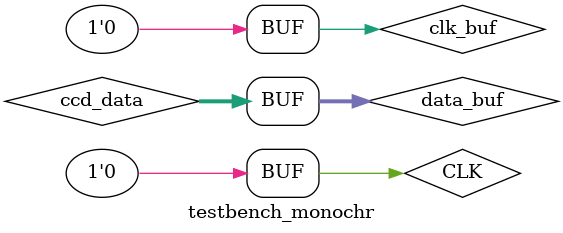
<source format=v>
`timescale 100 ps/1 ps

module testbench_monochr();

// VGA //
wire CLK, RESET, KEY_1, VGA_HS, VGA_VS;
wire [4:0] VGA_RED, VGA_BLU; 
wire [5:0] VGA_GRN;
// MEMORY //
wire [10 : 0] ccd_data;
// CCD //
wire clk_ccd, rog_ccd; 
// ADC //
wire clk_adc;
// CLOCK CONTROL //
wire key_add, key_sub;

reg clk_buf;
reg [10 : 0] data_buf;

monochr uut 
(
	.CLK(CLK),
	.RESET(RESET),  
	.KEY_1(KEY_1),
	.VGA_RED(VGA_RED),
	.VGA_GRN(VGA_GRN),
	.VGA_BLU(VGA_BLU),
	.VGA_HS(VGA_HS),
	.VGA_VS(VGA_VS),
	.ccd_data(ccd_data),
	.clk_ccd(clk_ccd),
	.rog_ccd(rog_ccd),
	.clk_adc(clk_adc),
	.key_add(key_add),
	.key_sub(key_sub)

);

assign CLK = clk_buf;
assign ccd_data = data_buf;

always
	begin
		clk_buf = 1'b1;
		#5;
		clk_buf = 1'b0;
		#5;
	end
	
always @(posedge clk_ccd)
	begin
		data_buf = 11'hff;
	end
	
endmodule
</source>
